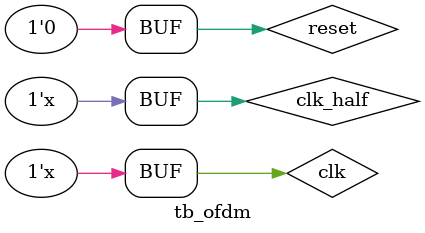
<source format=v>
`timescale 1ns/1ps
`default_nettype none

module tb_ofdm();
reg clk;
reg reset;
reg [3:0] inputdata;
reg in;

reg [3:0] out_count;
wire esig;
wire [3:0] out;

reg eesig;

OFDM ofdm1(
    .reset (reset),
    .clk (clk),
    .x_in(in),
    .x_out(out)
    );

localparam CLK_PERIOD = 10;
reg clk_half;
always #(CLK_PERIOD/2) clk=~clk;
always #(CLK_PERIOD) clk_half=~clk_half;
integer i;

initial begin
    reset = 1;
    clk = 1;
    clk_half=1;
    i = 0;
    # 100 reset = 0;
end

always @(posedge clk_half)
if(reset)begin
    eesig <= 0;
    out_count <= 0;
    inputdata <= 4'b0110;
end
else
begin
    if(i < 4)
    begin
        in = inputdata[i];
        i = i + 1;
    end
    else
    begin
        in = inputdata[0];
        i = 1;
    end
end

endmodule
`default_nettype wire
</source>
